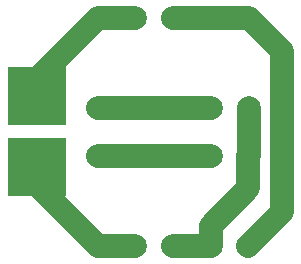
<source format=gbr>
%TF.GenerationSoftware,KiCad,Pcbnew,(6.0.8)*%
%TF.CreationDate,2023-02-01T12:05:52+02:00*%
%TF.ProjectId,25om_resistor,32356f6d-5f72-4657-9369-73746f722e6b,rev?*%
%TF.SameCoordinates,Original*%
%TF.FileFunction,Copper,L1,Top*%
%TF.FilePolarity,Positive*%
%FSLAX46Y46*%
G04 Gerber Fmt 4.6, Leading zero omitted, Abs format (unit mm)*
G04 Created by KiCad (PCBNEW (6.0.8)) date 2023-02-01 12:05:52*
%MOMM*%
%LPD*%
G01*
G04 APERTURE LIST*
%TA.AperFunction,ComponentPad*%
%ADD10C,2.000000*%
%TD*%
%TA.AperFunction,SMDPad,CuDef*%
%ADD11R,5.000000X5.000000*%
%TD*%
%TA.AperFunction,Conductor*%
%ADD12C,2.000000*%
%TD*%
G04 APERTURE END LIST*
D10*
%TO.P,R7,1*%
%TO.N,Net-(R1-Pad2)*%
X67970000Y-40386000D03*
%TO.P,R7,2*%
%TO.N,Net-(R2-Pad2)*%
X67970000Y-48006000D03*
%TD*%
%TO.P,R6,1*%
%TO.N,Net-(J1-Pad1)*%
X58420000Y-48006000D03*
%TO.P,R6,2*%
%TO.N,Net-(R1-Pad2)*%
X58420000Y-40386000D03*
%TD*%
%TO.P,R8,1*%
%TO.N,Net-(R2-Pad2)*%
X71195000Y-36322000D03*
%TO.P,R8,2*%
%TO.N,Net-(R3-Pad2)*%
X71195000Y-28702000D03*
%TD*%
%TO.P,R5,1*%
%TO.N,Net-(R10-Pad2)*%
X61595000Y-36322000D03*
%TO.P,R5,2*%
%TO.N,Net-(J1-Pad2)*%
X61595000Y-28702000D03*
%TD*%
%TO.P,R4,1*%
%TO.N,Net-(R3-Pad2)*%
X64795000Y-28702000D03*
%TO.P,R4,2*%
%TO.N,Net-(R10-Pad2)*%
X64795000Y-36322000D03*
%TD*%
%TO.P,R3,1*%
%TO.N,Net-(R2-Pad2)*%
X71170000Y-40386000D03*
%TO.P,R3,2*%
%TO.N,Net-(R3-Pad2)*%
X71170000Y-48006000D03*
%TD*%
%TO.P,R10,1*%
%TO.N,Net-(J1-Pad2)*%
X58445000Y-28702000D03*
%TO.P,R10,2*%
%TO.N,Net-(R10-Pad2)*%
X58445000Y-36322000D03*
%TD*%
%TO.P,R1,1*%
%TO.N,Net-(J1-Pad1)*%
X61570000Y-48006000D03*
%TO.P,R1,2*%
%TO.N,Net-(R1-Pad2)*%
X61570000Y-40386000D03*
%TD*%
%TO.P,R2,1*%
%TO.N,Net-(R1-Pad2)*%
X64770000Y-40386000D03*
%TO.P,R2,2*%
%TO.N,Net-(R2-Pad2)*%
X64770000Y-48006000D03*
%TD*%
D11*
%TO.P,J1,1,Pin_1*%
%TO.N,Net-(J1-Pad1)*%
X53250000Y-41350000D03*
%TO.P,J1,2,Pin_2*%
%TO.N,Net-(J1-Pad2)*%
X53250000Y-35350000D03*
%TD*%
D10*
%TO.P,R9,1*%
%TO.N,Net-(R3-Pad2)*%
X67995000Y-28702000D03*
%TO.P,R9,2*%
%TO.N,Net-(R10-Pad2)*%
X67995000Y-36322000D03*
%TD*%
D12*
%TO.N,Net-(J1-Pad1)*%
X58420000Y-48006000D02*
X61570000Y-48006000D01*
X53250000Y-41350000D02*
X53250000Y-42836000D01*
X53250000Y-42836000D02*
X58420000Y-48006000D01*
%TO.N,Net-(J1-Pad2)*%
X54635000Y-32512000D02*
X54610000Y-32512000D01*
X54610000Y-32512000D02*
X53250000Y-33872000D01*
X53250000Y-33872000D02*
X53250000Y-35350000D01*
X58445000Y-28702000D02*
X54635000Y-32512000D01*
X58445000Y-28702000D02*
X61595000Y-28702000D01*
%TO.N,Net-(R1-Pad2)*%
X58420000Y-40386000D02*
X61570000Y-40386000D01*
X61570000Y-40386000D02*
X64770000Y-40386000D01*
X64770000Y-40386000D02*
X67970000Y-40386000D01*
%TO.N,Net-(R2-Pad2)*%
X64770000Y-48006000D02*
X67970000Y-48006000D01*
X71195000Y-36322000D02*
X71195000Y-40361000D01*
X67970000Y-48006000D02*
X67970000Y-46330000D01*
X71195000Y-40361000D02*
X71170000Y-40386000D01*
X71170000Y-43130000D02*
X71170000Y-40386000D01*
X67970000Y-46330000D02*
X71170000Y-43130000D01*
%TO.N,Net-(R3-Pad2)*%
X67995000Y-28702000D02*
X71195000Y-28702000D01*
X74020000Y-31527000D02*
X71195000Y-28702000D01*
X64795000Y-28702000D02*
X67995000Y-28702000D01*
X74020000Y-45156000D02*
X74020000Y-31527000D01*
X71170000Y-48006000D02*
X74020000Y-45156000D01*
%TO.N,Net-(R10-Pad2)*%
X64795000Y-36322000D02*
X67995000Y-36322000D01*
X64795000Y-36322000D02*
X61595000Y-36322000D01*
X58445000Y-36322000D02*
X61595000Y-36322000D01*
%TD*%
M02*

</source>
